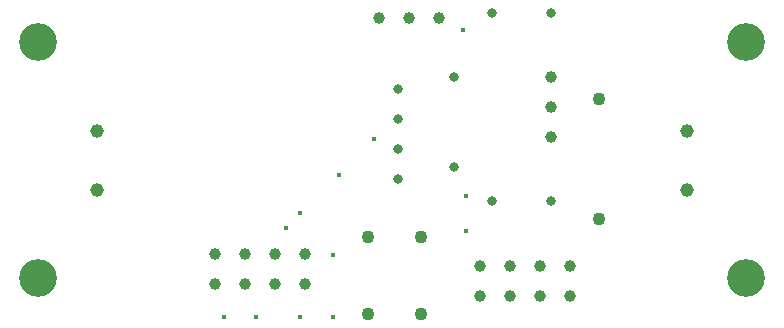
<source format=gbr>
%TF.GenerationSoftware,KiCad,Pcbnew,5.1.9+dfsg1-1~bpo10+1*%
%TF.CreationDate,2021-07-02T19:43:55+00:00*%
%TF.ProjectId,klima,6b6c696d-612e-46b6-9963-61645f706362,rev?*%
%TF.SameCoordinates,Original*%
%TF.FileFunction,Plated,1,2,PTH,Drill*%
%TF.FilePolarity,Positive*%
%FSLAX46Y46*%
G04 Gerber Fmt 4.6, Leading zero omitted, Abs format (unit mm)*
G04 Created by KiCad (PCBNEW 5.1.9+dfsg1-1~bpo10+1) date 2021-07-02 19:43:55*
%MOMM*%
%LPD*%
G01*
G04 APERTURE LIST*
%TA.AperFunction,ViaDrill*%
%ADD10C,0.400000*%
%TD*%
%TA.AperFunction,ComponentDrill*%
%ADD11C,0.800000*%
%TD*%
%TA.AperFunction,ComponentDrill*%
%ADD12C,1.000000*%
%TD*%
%TA.AperFunction,ComponentDrill*%
%ADD13C,1.100000*%
%TD*%
%TA.AperFunction,ComponentDrill*%
%ADD14C,1.150000*%
%TD*%
%TA.AperFunction,ComponentDrill*%
%ADD15C,3.200000*%
%TD*%
G04 APERTURE END LIST*
D10*
X120750000Y-98250000D03*
X123500000Y-98250000D03*
X126000000Y-90750000D03*
X127250000Y-89500000D03*
X127250000Y-98250000D03*
X130000000Y-93000000D03*
X130000000Y-98250000D03*
X130500000Y-86250000D03*
X133500000Y-83250000D03*
X141000000Y-74000000D03*
X141250000Y-88000000D03*
X141250000Y-91000000D03*
D11*
%TO.C,U102*%
X135500000Y-79000000D03*
X135500000Y-81540000D03*
X135500000Y-84080000D03*
X135500000Y-86620000D03*
%TO.C,R101*%
X140250000Y-78000000D03*
X140250000Y-85620000D03*
%TO.C,C102*%
X143500000Y-72500000D03*
%TO.C,C101*%
X143500000Y-88500000D03*
%TO.C,C102*%
X148500000Y-72500000D03*
%TO.C,C101*%
X148500000Y-88500000D03*
D12*
%TO.C,J101*%
X120000000Y-92960000D03*
X120000000Y-95500000D03*
X122540000Y-92960000D03*
X122540000Y-95500000D03*
X125080000Y-92960000D03*
X125080000Y-95500000D03*
X127620000Y-92960000D03*
X127620000Y-95500000D03*
%TO.C,J104*%
X133920000Y-73000000D03*
X136460000Y-73000000D03*
X139000000Y-73000000D03*
%TO.C,J102*%
X142500000Y-94000000D03*
X142500000Y-96540000D03*
X145040000Y-94000000D03*
X145040000Y-96540000D03*
X147580000Y-94000000D03*
X147580000Y-96540000D03*
%TO.C,U101*%
X148500000Y-77960000D03*
X148500000Y-80500000D03*
X148500000Y-83040000D03*
%TO.C,J102*%
X150120000Y-94000000D03*
X150120000Y-96540000D03*
D13*
%TO.C,SW101*%
X133000000Y-91500000D03*
X133000000Y-98000000D03*
X137500000Y-91500000D03*
X137500000Y-98000000D03*
%TO.C,D101*%
X152500000Y-79840000D03*
X152500000Y-90000000D03*
D14*
%TO.C,J103*%
X110000000Y-82500000D03*
X110000000Y-87500000D03*
%TO.C,J105*%
X160000000Y-82500000D03*
X160000000Y-87500000D03*
D15*
%TO.C,H104*%
X105000000Y-75000000D03*
%TO.C,H101*%
X105000000Y-95000000D03*
%TO.C,H103*%
X165000000Y-75000000D03*
%TO.C,H102*%
X165000000Y-95000000D03*
M02*

</source>
